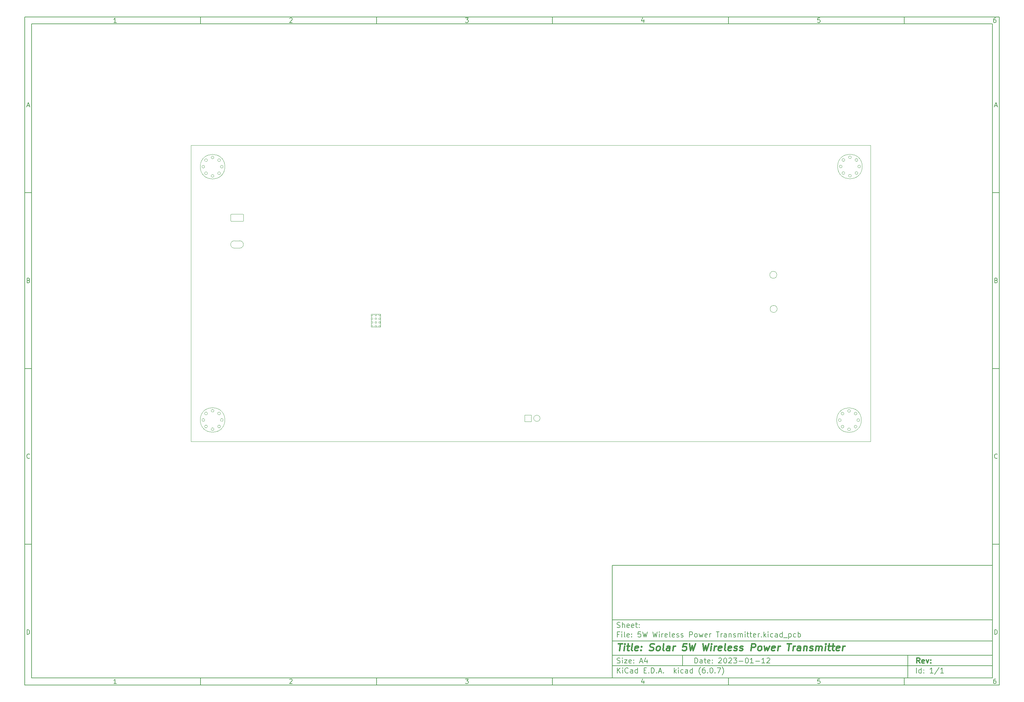
<source format=gbr>
%TF.GenerationSoftware,KiCad,Pcbnew,(6.0.7)*%
%TF.CreationDate,2023-01-12T19:17:08+03:00*%
%TF.ProjectId,5W Wireless Power Transmitter,35572057-6972-4656-9c65-737320506f77,rev?*%
%TF.SameCoordinates,Original*%
%TF.FileFunction,AssemblyDrawing,Bot*%
%FSLAX46Y46*%
G04 Gerber Fmt 4.6, Leading zero omitted, Abs format (unit mm)*
G04 Created by KiCad (PCBNEW (6.0.7)) date 2023-01-12 19:17:08*
%MOMM*%
%LPD*%
G01*
G04 APERTURE LIST*
%ADD10C,0.100000*%
%ADD11C,0.150000*%
%ADD12C,0.300000*%
%ADD13C,0.400000*%
%TA.AperFunction,Profile*%
%ADD14C,0.100000*%
%TD*%
%ADD15C,0.100000*%
%TD*%
G04 APERTURE END LIST*
D10*
D11*
X177002200Y-166007200D02*
X177002200Y-198007200D01*
X285002200Y-198007200D01*
X285002200Y-166007200D01*
X177002200Y-166007200D01*
D10*
D11*
X10000000Y-10000000D02*
X10000000Y-200007200D01*
X287002200Y-200007200D01*
X287002200Y-10000000D01*
X10000000Y-10000000D01*
D10*
D11*
X12000000Y-12000000D02*
X12000000Y-198007200D01*
X285002200Y-198007200D01*
X285002200Y-12000000D01*
X12000000Y-12000000D01*
D10*
D11*
X60000000Y-12000000D02*
X60000000Y-10000000D01*
D10*
D11*
X110000000Y-12000000D02*
X110000000Y-10000000D01*
D10*
D11*
X160000000Y-12000000D02*
X160000000Y-10000000D01*
D10*
D11*
X210000000Y-12000000D02*
X210000000Y-10000000D01*
D10*
D11*
X260000000Y-12000000D02*
X260000000Y-10000000D01*
D10*
D11*
X36065476Y-11588095D02*
X35322619Y-11588095D01*
X35694047Y-11588095D02*
X35694047Y-10288095D01*
X35570238Y-10473809D01*
X35446428Y-10597619D01*
X35322619Y-10659523D01*
D10*
D11*
X85322619Y-10411904D02*
X85384523Y-10350000D01*
X85508333Y-10288095D01*
X85817857Y-10288095D01*
X85941666Y-10350000D01*
X86003571Y-10411904D01*
X86065476Y-10535714D01*
X86065476Y-10659523D01*
X86003571Y-10845238D01*
X85260714Y-11588095D01*
X86065476Y-11588095D01*
D10*
D11*
X135260714Y-10288095D02*
X136065476Y-10288095D01*
X135632142Y-10783333D01*
X135817857Y-10783333D01*
X135941666Y-10845238D01*
X136003571Y-10907142D01*
X136065476Y-11030952D01*
X136065476Y-11340476D01*
X136003571Y-11464285D01*
X135941666Y-11526190D01*
X135817857Y-11588095D01*
X135446428Y-11588095D01*
X135322619Y-11526190D01*
X135260714Y-11464285D01*
D10*
D11*
X185941666Y-10721428D02*
X185941666Y-11588095D01*
X185632142Y-10226190D02*
X185322619Y-11154761D01*
X186127380Y-11154761D01*
D10*
D11*
X236003571Y-10288095D02*
X235384523Y-10288095D01*
X235322619Y-10907142D01*
X235384523Y-10845238D01*
X235508333Y-10783333D01*
X235817857Y-10783333D01*
X235941666Y-10845238D01*
X236003571Y-10907142D01*
X236065476Y-11030952D01*
X236065476Y-11340476D01*
X236003571Y-11464285D01*
X235941666Y-11526190D01*
X235817857Y-11588095D01*
X235508333Y-11588095D01*
X235384523Y-11526190D01*
X235322619Y-11464285D01*
D10*
D11*
X285941666Y-10288095D02*
X285694047Y-10288095D01*
X285570238Y-10350000D01*
X285508333Y-10411904D01*
X285384523Y-10597619D01*
X285322619Y-10845238D01*
X285322619Y-11340476D01*
X285384523Y-11464285D01*
X285446428Y-11526190D01*
X285570238Y-11588095D01*
X285817857Y-11588095D01*
X285941666Y-11526190D01*
X286003571Y-11464285D01*
X286065476Y-11340476D01*
X286065476Y-11030952D01*
X286003571Y-10907142D01*
X285941666Y-10845238D01*
X285817857Y-10783333D01*
X285570238Y-10783333D01*
X285446428Y-10845238D01*
X285384523Y-10907142D01*
X285322619Y-11030952D01*
D10*
D11*
X60000000Y-198007200D02*
X60000000Y-200007200D01*
D10*
D11*
X110000000Y-198007200D02*
X110000000Y-200007200D01*
D10*
D11*
X160000000Y-198007200D02*
X160000000Y-200007200D01*
D10*
D11*
X210000000Y-198007200D02*
X210000000Y-200007200D01*
D10*
D11*
X260000000Y-198007200D02*
X260000000Y-200007200D01*
D10*
D11*
X36065476Y-199595295D02*
X35322619Y-199595295D01*
X35694047Y-199595295D02*
X35694047Y-198295295D01*
X35570238Y-198481009D01*
X35446428Y-198604819D01*
X35322619Y-198666723D01*
D10*
D11*
X85322619Y-198419104D02*
X85384523Y-198357200D01*
X85508333Y-198295295D01*
X85817857Y-198295295D01*
X85941666Y-198357200D01*
X86003571Y-198419104D01*
X86065476Y-198542914D01*
X86065476Y-198666723D01*
X86003571Y-198852438D01*
X85260714Y-199595295D01*
X86065476Y-199595295D01*
D10*
D11*
X135260714Y-198295295D02*
X136065476Y-198295295D01*
X135632142Y-198790533D01*
X135817857Y-198790533D01*
X135941666Y-198852438D01*
X136003571Y-198914342D01*
X136065476Y-199038152D01*
X136065476Y-199347676D01*
X136003571Y-199471485D01*
X135941666Y-199533390D01*
X135817857Y-199595295D01*
X135446428Y-199595295D01*
X135322619Y-199533390D01*
X135260714Y-199471485D01*
D10*
D11*
X185941666Y-198728628D02*
X185941666Y-199595295D01*
X185632142Y-198233390D02*
X185322619Y-199161961D01*
X186127380Y-199161961D01*
D10*
D11*
X236003571Y-198295295D02*
X235384523Y-198295295D01*
X235322619Y-198914342D01*
X235384523Y-198852438D01*
X235508333Y-198790533D01*
X235817857Y-198790533D01*
X235941666Y-198852438D01*
X236003571Y-198914342D01*
X236065476Y-199038152D01*
X236065476Y-199347676D01*
X236003571Y-199471485D01*
X235941666Y-199533390D01*
X235817857Y-199595295D01*
X235508333Y-199595295D01*
X235384523Y-199533390D01*
X235322619Y-199471485D01*
D10*
D11*
X285941666Y-198295295D02*
X285694047Y-198295295D01*
X285570238Y-198357200D01*
X285508333Y-198419104D01*
X285384523Y-198604819D01*
X285322619Y-198852438D01*
X285322619Y-199347676D01*
X285384523Y-199471485D01*
X285446428Y-199533390D01*
X285570238Y-199595295D01*
X285817857Y-199595295D01*
X285941666Y-199533390D01*
X286003571Y-199471485D01*
X286065476Y-199347676D01*
X286065476Y-199038152D01*
X286003571Y-198914342D01*
X285941666Y-198852438D01*
X285817857Y-198790533D01*
X285570238Y-198790533D01*
X285446428Y-198852438D01*
X285384523Y-198914342D01*
X285322619Y-199038152D01*
D10*
D11*
X10000000Y-60000000D02*
X12000000Y-60000000D01*
D10*
D11*
X10000000Y-110000000D02*
X12000000Y-110000000D01*
D10*
D11*
X10000000Y-160000000D02*
X12000000Y-160000000D01*
D10*
D11*
X10690476Y-35216666D02*
X11309523Y-35216666D01*
X10566666Y-35588095D02*
X11000000Y-34288095D01*
X11433333Y-35588095D01*
D10*
D11*
X11092857Y-84907142D02*
X11278571Y-84969047D01*
X11340476Y-85030952D01*
X11402380Y-85154761D01*
X11402380Y-85340476D01*
X11340476Y-85464285D01*
X11278571Y-85526190D01*
X11154761Y-85588095D01*
X10659523Y-85588095D01*
X10659523Y-84288095D01*
X11092857Y-84288095D01*
X11216666Y-84350000D01*
X11278571Y-84411904D01*
X11340476Y-84535714D01*
X11340476Y-84659523D01*
X11278571Y-84783333D01*
X11216666Y-84845238D01*
X11092857Y-84907142D01*
X10659523Y-84907142D01*
D10*
D11*
X11402380Y-135464285D02*
X11340476Y-135526190D01*
X11154761Y-135588095D01*
X11030952Y-135588095D01*
X10845238Y-135526190D01*
X10721428Y-135402380D01*
X10659523Y-135278571D01*
X10597619Y-135030952D01*
X10597619Y-134845238D01*
X10659523Y-134597619D01*
X10721428Y-134473809D01*
X10845238Y-134350000D01*
X11030952Y-134288095D01*
X11154761Y-134288095D01*
X11340476Y-134350000D01*
X11402380Y-134411904D01*
D10*
D11*
X10659523Y-185588095D02*
X10659523Y-184288095D01*
X10969047Y-184288095D01*
X11154761Y-184350000D01*
X11278571Y-184473809D01*
X11340476Y-184597619D01*
X11402380Y-184845238D01*
X11402380Y-185030952D01*
X11340476Y-185278571D01*
X11278571Y-185402380D01*
X11154761Y-185526190D01*
X10969047Y-185588095D01*
X10659523Y-185588095D01*
D10*
D11*
X287002200Y-60000000D02*
X285002200Y-60000000D01*
D10*
D11*
X287002200Y-110000000D02*
X285002200Y-110000000D01*
D10*
D11*
X287002200Y-160000000D02*
X285002200Y-160000000D01*
D10*
D11*
X285692676Y-35216666D02*
X286311723Y-35216666D01*
X285568866Y-35588095D02*
X286002200Y-34288095D01*
X286435533Y-35588095D01*
D10*
D11*
X286095057Y-84907142D02*
X286280771Y-84969047D01*
X286342676Y-85030952D01*
X286404580Y-85154761D01*
X286404580Y-85340476D01*
X286342676Y-85464285D01*
X286280771Y-85526190D01*
X286156961Y-85588095D01*
X285661723Y-85588095D01*
X285661723Y-84288095D01*
X286095057Y-84288095D01*
X286218866Y-84350000D01*
X286280771Y-84411904D01*
X286342676Y-84535714D01*
X286342676Y-84659523D01*
X286280771Y-84783333D01*
X286218866Y-84845238D01*
X286095057Y-84907142D01*
X285661723Y-84907142D01*
D10*
D11*
X286404580Y-135464285D02*
X286342676Y-135526190D01*
X286156961Y-135588095D01*
X286033152Y-135588095D01*
X285847438Y-135526190D01*
X285723628Y-135402380D01*
X285661723Y-135278571D01*
X285599819Y-135030952D01*
X285599819Y-134845238D01*
X285661723Y-134597619D01*
X285723628Y-134473809D01*
X285847438Y-134350000D01*
X286033152Y-134288095D01*
X286156961Y-134288095D01*
X286342676Y-134350000D01*
X286404580Y-134411904D01*
D10*
D11*
X285661723Y-185588095D02*
X285661723Y-184288095D01*
X285971247Y-184288095D01*
X286156961Y-184350000D01*
X286280771Y-184473809D01*
X286342676Y-184597619D01*
X286404580Y-184845238D01*
X286404580Y-185030952D01*
X286342676Y-185278571D01*
X286280771Y-185402380D01*
X286156961Y-185526190D01*
X285971247Y-185588095D01*
X285661723Y-185588095D01*
D10*
D11*
X200434342Y-193785771D02*
X200434342Y-192285771D01*
X200791485Y-192285771D01*
X201005771Y-192357200D01*
X201148628Y-192500057D01*
X201220057Y-192642914D01*
X201291485Y-192928628D01*
X201291485Y-193142914D01*
X201220057Y-193428628D01*
X201148628Y-193571485D01*
X201005771Y-193714342D01*
X200791485Y-193785771D01*
X200434342Y-193785771D01*
X202577200Y-193785771D02*
X202577200Y-193000057D01*
X202505771Y-192857200D01*
X202362914Y-192785771D01*
X202077200Y-192785771D01*
X201934342Y-192857200D01*
X202577200Y-193714342D02*
X202434342Y-193785771D01*
X202077200Y-193785771D01*
X201934342Y-193714342D01*
X201862914Y-193571485D01*
X201862914Y-193428628D01*
X201934342Y-193285771D01*
X202077200Y-193214342D01*
X202434342Y-193214342D01*
X202577200Y-193142914D01*
X203077200Y-192785771D02*
X203648628Y-192785771D01*
X203291485Y-192285771D02*
X203291485Y-193571485D01*
X203362914Y-193714342D01*
X203505771Y-193785771D01*
X203648628Y-193785771D01*
X204720057Y-193714342D02*
X204577200Y-193785771D01*
X204291485Y-193785771D01*
X204148628Y-193714342D01*
X204077200Y-193571485D01*
X204077200Y-193000057D01*
X204148628Y-192857200D01*
X204291485Y-192785771D01*
X204577200Y-192785771D01*
X204720057Y-192857200D01*
X204791485Y-193000057D01*
X204791485Y-193142914D01*
X204077200Y-193285771D01*
X205434342Y-193642914D02*
X205505771Y-193714342D01*
X205434342Y-193785771D01*
X205362914Y-193714342D01*
X205434342Y-193642914D01*
X205434342Y-193785771D01*
X205434342Y-192857200D02*
X205505771Y-192928628D01*
X205434342Y-193000057D01*
X205362914Y-192928628D01*
X205434342Y-192857200D01*
X205434342Y-193000057D01*
X207220057Y-192428628D02*
X207291485Y-192357200D01*
X207434342Y-192285771D01*
X207791485Y-192285771D01*
X207934342Y-192357200D01*
X208005771Y-192428628D01*
X208077200Y-192571485D01*
X208077200Y-192714342D01*
X208005771Y-192928628D01*
X207148628Y-193785771D01*
X208077200Y-193785771D01*
X209005771Y-192285771D02*
X209148628Y-192285771D01*
X209291485Y-192357200D01*
X209362914Y-192428628D01*
X209434342Y-192571485D01*
X209505771Y-192857200D01*
X209505771Y-193214342D01*
X209434342Y-193500057D01*
X209362914Y-193642914D01*
X209291485Y-193714342D01*
X209148628Y-193785771D01*
X209005771Y-193785771D01*
X208862914Y-193714342D01*
X208791485Y-193642914D01*
X208720057Y-193500057D01*
X208648628Y-193214342D01*
X208648628Y-192857200D01*
X208720057Y-192571485D01*
X208791485Y-192428628D01*
X208862914Y-192357200D01*
X209005771Y-192285771D01*
X210077200Y-192428628D02*
X210148628Y-192357200D01*
X210291485Y-192285771D01*
X210648628Y-192285771D01*
X210791485Y-192357200D01*
X210862914Y-192428628D01*
X210934342Y-192571485D01*
X210934342Y-192714342D01*
X210862914Y-192928628D01*
X210005771Y-193785771D01*
X210934342Y-193785771D01*
X211434342Y-192285771D02*
X212362914Y-192285771D01*
X211862914Y-192857200D01*
X212077200Y-192857200D01*
X212220057Y-192928628D01*
X212291485Y-193000057D01*
X212362914Y-193142914D01*
X212362914Y-193500057D01*
X212291485Y-193642914D01*
X212220057Y-193714342D01*
X212077200Y-193785771D01*
X211648628Y-193785771D01*
X211505771Y-193714342D01*
X211434342Y-193642914D01*
X213005771Y-193214342D02*
X214148628Y-193214342D01*
X215148628Y-192285771D02*
X215291485Y-192285771D01*
X215434342Y-192357200D01*
X215505771Y-192428628D01*
X215577200Y-192571485D01*
X215648628Y-192857200D01*
X215648628Y-193214342D01*
X215577200Y-193500057D01*
X215505771Y-193642914D01*
X215434342Y-193714342D01*
X215291485Y-193785771D01*
X215148628Y-193785771D01*
X215005771Y-193714342D01*
X214934342Y-193642914D01*
X214862914Y-193500057D01*
X214791485Y-193214342D01*
X214791485Y-192857200D01*
X214862914Y-192571485D01*
X214934342Y-192428628D01*
X215005771Y-192357200D01*
X215148628Y-192285771D01*
X217077200Y-193785771D02*
X216220057Y-193785771D01*
X216648628Y-193785771D02*
X216648628Y-192285771D01*
X216505771Y-192500057D01*
X216362914Y-192642914D01*
X216220057Y-192714342D01*
X217720057Y-193214342D02*
X218862914Y-193214342D01*
X220362914Y-193785771D02*
X219505771Y-193785771D01*
X219934342Y-193785771D02*
X219934342Y-192285771D01*
X219791485Y-192500057D01*
X219648628Y-192642914D01*
X219505771Y-192714342D01*
X220934342Y-192428628D02*
X221005771Y-192357200D01*
X221148628Y-192285771D01*
X221505771Y-192285771D01*
X221648628Y-192357200D01*
X221720057Y-192428628D01*
X221791485Y-192571485D01*
X221791485Y-192714342D01*
X221720057Y-192928628D01*
X220862914Y-193785771D01*
X221791485Y-193785771D01*
D10*
D11*
X177002200Y-194507200D02*
X285002200Y-194507200D01*
D10*
D11*
X178434342Y-196585771D02*
X178434342Y-195085771D01*
X179291485Y-196585771D02*
X178648628Y-195728628D01*
X179291485Y-195085771D02*
X178434342Y-195942914D01*
X179934342Y-196585771D02*
X179934342Y-195585771D01*
X179934342Y-195085771D02*
X179862914Y-195157200D01*
X179934342Y-195228628D01*
X180005771Y-195157200D01*
X179934342Y-195085771D01*
X179934342Y-195228628D01*
X181505771Y-196442914D02*
X181434342Y-196514342D01*
X181220057Y-196585771D01*
X181077200Y-196585771D01*
X180862914Y-196514342D01*
X180720057Y-196371485D01*
X180648628Y-196228628D01*
X180577200Y-195942914D01*
X180577200Y-195728628D01*
X180648628Y-195442914D01*
X180720057Y-195300057D01*
X180862914Y-195157200D01*
X181077200Y-195085771D01*
X181220057Y-195085771D01*
X181434342Y-195157200D01*
X181505771Y-195228628D01*
X182791485Y-196585771D02*
X182791485Y-195800057D01*
X182720057Y-195657200D01*
X182577200Y-195585771D01*
X182291485Y-195585771D01*
X182148628Y-195657200D01*
X182791485Y-196514342D02*
X182648628Y-196585771D01*
X182291485Y-196585771D01*
X182148628Y-196514342D01*
X182077200Y-196371485D01*
X182077200Y-196228628D01*
X182148628Y-196085771D01*
X182291485Y-196014342D01*
X182648628Y-196014342D01*
X182791485Y-195942914D01*
X184148628Y-196585771D02*
X184148628Y-195085771D01*
X184148628Y-196514342D02*
X184005771Y-196585771D01*
X183720057Y-196585771D01*
X183577200Y-196514342D01*
X183505771Y-196442914D01*
X183434342Y-196300057D01*
X183434342Y-195871485D01*
X183505771Y-195728628D01*
X183577200Y-195657200D01*
X183720057Y-195585771D01*
X184005771Y-195585771D01*
X184148628Y-195657200D01*
X186005771Y-195800057D02*
X186505771Y-195800057D01*
X186720057Y-196585771D02*
X186005771Y-196585771D01*
X186005771Y-195085771D01*
X186720057Y-195085771D01*
X187362914Y-196442914D02*
X187434342Y-196514342D01*
X187362914Y-196585771D01*
X187291485Y-196514342D01*
X187362914Y-196442914D01*
X187362914Y-196585771D01*
X188077200Y-196585771D02*
X188077200Y-195085771D01*
X188434342Y-195085771D01*
X188648628Y-195157200D01*
X188791485Y-195300057D01*
X188862914Y-195442914D01*
X188934342Y-195728628D01*
X188934342Y-195942914D01*
X188862914Y-196228628D01*
X188791485Y-196371485D01*
X188648628Y-196514342D01*
X188434342Y-196585771D01*
X188077200Y-196585771D01*
X189577200Y-196442914D02*
X189648628Y-196514342D01*
X189577200Y-196585771D01*
X189505771Y-196514342D01*
X189577200Y-196442914D01*
X189577200Y-196585771D01*
X190220057Y-196157200D02*
X190934342Y-196157200D01*
X190077200Y-196585771D02*
X190577200Y-195085771D01*
X191077200Y-196585771D01*
X191577200Y-196442914D02*
X191648628Y-196514342D01*
X191577200Y-196585771D01*
X191505771Y-196514342D01*
X191577200Y-196442914D01*
X191577200Y-196585771D01*
X194577200Y-196585771D02*
X194577200Y-195085771D01*
X194720057Y-196014342D02*
X195148628Y-196585771D01*
X195148628Y-195585771D02*
X194577200Y-196157200D01*
X195791485Y-196585771D02*
X195791485Y-195585771D01*
X195791485Y-195085771D02*
X195720057Y-195157200D01*
X195791485Y-195228628D01*
X195862914Y-195157200D01*
X195791485Y-195085771D01*
X195791485Y-195228628D01*
X197148628Y-196514342D02*
X197005771Y-196585771D01*
X196720057Y-196585771D01*
X196577200Y-196514342D01*
X196505771Y-196442914D01*
X196434342Y-196300057D01*
X196434342Y-195871485D01*
X196505771Y-195728628D01*
X196577200Y-195657200D01*
X196720057Y-195585771D01*
X197005771Y-195585771D01*
X197148628Y-195657200D01*
X198434342Y-196585771D02*
X198434342Y-195800057D01*
X198362914Y-195657200D01*
X198220057Y-195585771D01*
X197934342Y-195585771D01*
X197791485Y-195657200D01*
X198434342Y-196514342D02*
X198291485Y-196585771D01*
X197934342Y-196585771D01*
X197791485Y-196514342D01*
X197720057Y-196371485D01*
X197720057Y-196228628D01*
X197791485Y-196085771D01*
X197934342Y-196014342D01*
X198291485Y-196014342D01*
X198434342Y-195942914D01*
X199791485Y-196585771D02*
X199791485Y-195085771D01*
X199791485Y-196514342D02*
X199648628Y-196585771D01*
X199362914Y-196585771D01*
X199220057Y-196514342D01*
X199148628Y-196442914D01*
X199077200Y-196300057D01*
X199077200Y-195871485D01*
X199148628Y-195728628D01*
X199220057Y-195657200D01*
X199362914Y-195585771D01*
X199648628Y-195585771D01*
X199791485Y-195657200D01*
X202077200Y-197157200D02*
X202005771Y-197085771D01*
X201862914Y-196871485D01*
X201791485Y-196728628D01*
X201720057Y-196514342D01*
X201648628Y-196157200D01*
X201648628Y-195871485D01*
X201720057Y-195514342D01*
X201791485Y-195300057D01*
X201862914Y-195157200D01*
X202005771Y-194942914D01*
X202077200Y-194871485D01*
X203291485Y-195085771D02*
X203005771Y-195085771D01*
X202862914Y-195157200D01*
X202791485Y-195228628D01*
X202648628Y-195442914D01*
X202577200Y-195728628D01*
X202577200Y-196300057D01*
X202648628Y-196442914D01*
X202720057Y-196514342D01*
X202862914Y-196585771D01*
X203148628Y-196585771D01*
X203291485Y-196514342D01*
X203362914Y-196442914D01*
X203434342Y-196300057D01*
X203434342Y-195942914D01*
X203362914Y-195800057D01*
X203291485Y-195728628D01*
X203148628Y-195657200D01*
X202862914Y-195657200D01*
X202720057Y-195728628D01*
X202648628Y-195800057D01*
X202577200Y-195942914D01*
X204077200Y-196442914D02*
X204148628Y-196514342D01*
X204077200Y-196585771D01*
X204005771Y-196514342D01*
X204077200Y-196442914D01*
X204077200Y-196585771D01*
X205077200Y-195085771D02*
X205220057Y-195085771D01*
X205362914Y-195157200D01*
X205434342Y-195228628D01*
X205505771Y-195371485D01*
X205577200Y-195657200D01*
X205577200Y-196014342D01*
X205505771Y-196300057D01*
X205434342Y-196442914D01*
X205362914Y-196514342D01*
X205220057Y-196585771D01*
X205077200Y-196585771D01*
X204934342Y-196514342D01*
X204862914Y-196442914D01*
X204791485Y-196300057D01*
X204720057Y-196014342D01*
X204720057Y-195657200D01*
X204791485Y-195371485D01*
X204862914Y-195228628D01*
X204934342Y-195157200D01*
X205077200Y-195085771D01*
X206220057Y-196442914D02*
X206291485Y-196514342D01*
X206220057Y-196585771D01*
X206148628Y-196514342D01*
X206220057Y-196442914D01*
X206220057Y-196585771D01*
X206791485Y-195085771D02*
X207791485Y-195085771D01*
X207148628Y-196585771D01*
X208220057Y-197157200D02*
X208291485Y-197085771D01*
X208434342Y-196871485D01*
X208505771Y-196728628D01*
X208577200Y-196514342D01*
X208648628Y-196157200D01*
X208648628Y-195871485D01*
X208577200Y-195514342D01*
X208505771Y-195300057D01*
X208434342Y-195157200D01*
X208291485Y-194942914D01*
X208220057Y-194871485D01*
D10*
D11*
X177002200Y-191507200D02*
X285002200Y-191507200D01*
D10*
D12*
X264411485Y-193785771D02*
X263911485Y-193071485D01*
X263554342Y-193785771D02*
X263554342Y-192285771D01*
X264125771Y-192285771D01*
X264268628Y-192357200D01*
X264340057Y-192428628D01*
X264411485Y-192571485D01*
X264411485Y-192785771D01*
X264340057Y-192928628D01*
X264268628Y-193000057D01*
X264125771Y-193071485D01*
X263554342Y-193071485D01*
X265625771Y-193714342D02*
X265482914Y-193785771D01*
X265197200Y-193785771D01*
X265054342Y-193714342D01*
X264982914Y-193571485D01*
X264982914Y-193000057D01*
X265054342Y-192857200D01*
X265197200Y-192785771D01*
X265482914Y-192785771D01*
X265625771Y-192857200D01*
X265697200Y-193000057D01*
X265697200Y-193142914D01*
X264982914Y-193285771D01*
X266197200Y-192785771D02*
X266554342Y-193785771D01*
X266911485Y-192785771D01*
X267482914Y-193642914D02*
X267554342Y-193714342D01*
X267482914Y-193785771D01*
X267411485Y-193714342D01*
X267482914Y-193642914D01*
X267482914Y-193785771D01*
X267482914Y-192857200D02*
X267554342Y-192928628D01*
X267482914Y-193000057D01*
X267411485Y-192928628D01*
X267482914Y-192857200D01*
X267482914Y-193000057D01*
D10*
D11*
X178362914Y-193714342D02*
X178577200Y-193785771D01*
X178934342Y-193785771D01*
X179077200Y-193714342D01*
X179148628Y-193642914D01*
X179220057Y-193500057D01*
X179220057Y-193357200D01*
X179148628Y-193214342D01*
X179077200Y-193142914D01*
X178934342Y-193071485D01*
X178648628Y-193000057D01*
X178505771Y-192928628D01*
X178434342Y-192857200D01*
X178362914Y-192714342D01*
X178362914Y-192571485D01*
X178434342Y-192428628D01*
X178505771Y-192357200D01*
X178648628Y-192285771D01*
X179005771Y-192285771D01*
X179220057Y-192357200D01*
X179862914Y-193785771D02*
X179862914Y-192785771D01*
X179862914Y-192285771D02*
X179791485Y-192357200D01*
X179862914Y-192428628D01*
X179934342Y-192357200D01*
X179862914Y-192285771D01*
X179862914Y-192428628D01*
X180434342Y-192785771D02*
X181220057Y-192785771D01*
X180434342Y-193785771D01*
X181220057Y-193785771D01*
X182362914Y-193714342D02*
X182220057Y-193785771D01*
X181934342Y-193785771D01*
X181791485Y-193714342D01*
X181720057Y-193571485D01*
X181720057Y-193000057D01*
X181791485Y-192857200D01*
X181934342Y-192785771D01*
X182220057Y-192785771D01*
X182362914Y-192857200D01*
X182434342Y-193000057D01*
X182434342Y-193142914D01*
X181720057Y-193285771D01*
X183077200Y-193642914D02*
X183148628Y-193714342D01*
X183077200Y-193785771D01*
X183005771Y-193714342D01*
X183077200Y-193642914D01*
X183077200Y-193785771D01*
X183077200Y-192857200D02*
X183148628Y-192928628D01*
X183077200Y-193000057D01*
X183005771Y-192928628D01*
X183077200Y-192857200D01*
X183077200Y-193000057D01*
X184862914Y-193357200D02*
X185577200Y-193357200D01*
X184720057Y-193785771D02*
X185220057Y-192285771D01*
X185720057Y-193785771D01*
X186862914Y-192785771D02*
X186862914Y-193785771D01*
X186505771Y-192214342D02*
X186148628Y-193285771D01*
X187077200Y-193285771D01*
D10*
D11*
X263434342Y-196585771D02*
X263434342Y-195085771D01*
X264791485Y-196585771D02*
X264791485Y-195085771D01*
X264791485Y-196514342D02*
X264648628Y-196585771D01*
X264362914Y-196585771D01*
X264220057Y-196514342D01*
X264148628Y-196442914D01*
X264077200Y-196300057D01*
X264077200Y-195871485D01*
X264148628Y-195728628D01*
X264220057Y-195657200D01*
X264362914Y-195585771D01*
X264648628Y-195585771D01*
X264791485Y-195657200D01*
X265505771Y-196442914D02*
X265577200Y-196514342D01*
X265505771Y-196585771D01*
X265434342Y-196514342D01*
X265505771Y-196442914D01*
X265505771Y-196585771D01*
X265505771Y-195657200D02*
X265577200Y-195728628D01*
X265505771Y-195800057D01*
X265434342Y-195728628D01*
X265505771Y-195657200D01*
X265505771Y-195800057D01*
X268148628Y-196585771D02*
X267291485Y-196585771D01*
X267720057Y-196585771D02*
X267720057Y-195085771D01*
X267577200Y-195300057D01*
X267434342Y-195442914D01*
X267291485Y-195514342D01*
X269862914Y-195014342D02*
X268577200Y-196942914D01*
X271148628Y-196585771D02*
X270291485Y-196585771D01*
X270720057Y-196585771D02*
X270720057Y-195085771D01*
X270577200Y-195300057D01*
X270434342Y-195442914D01*
X270291485Y-195514342D01*
D10*
D11*
X177002200Y-187507200D02*
X285002200Y-187507200D01*
D10*
D13*
X178714580Y-188211961D02*
X179857438Y-188211961D01*
X179036009Y-190211961D02*
X179286009Y-188211961D01*
X180274104Y-190211961D02*
X180440771Y-188878628D01*
X180524104Y-188211961D02*
X180416961Y-188307200D01*
X180500295Y-188402438D01*
X180607438Y-188307200D01*
X180524104Y-188211961D01*
X180500295Y-188402438D01*
X181107438Y-188878628D02*
X181869342Y-188878628D01*
X181476485Y-188211961D02*
X181262200Y-189926247D01*
X181333628Y-190116723D01*
X181512200Y-190211961D01*
X181702676Y-190211961D01*
X182655057Y-190211961D02*
X182476485Y-190116723D01*
X182405057Y-189926247D01*
X182619342Y-188211961D01*
X184190771Y-190116723D02*
X183988390Y-190211961D01*
X183607438Y-190211961D01*
X183428866Y-190116723D01*
X183357438Y-189926247D01*
X183452676Y-189164342D01*
X183571723Y-188973866D01*
X183774104Y-188878628D01*
X184155057Y-188878628D01*
X184333628Y-188973866D01*
X184405057Y-189164342D01*
X184381247Y-189354819D01*
X183405057Y-189545295D01*
X185155057Y-190021485D02*
X185238390Y-190116723D01*
X185131247Y-190211961D01*
X185047914Y-190116723D01*
X185155057Y-190021485D01*
X185131247Y-190211961D01*
X185286009Y-188973866D02*
X185369342Y-189069104D01*
X185262200Y-189164342D01*
X185178866Y-189069104D01*
X185286009Y-188973866D01*
X185262200Y-189164342D01*
X187524104Y-190116723D02*
X187797914Y-190211961D01*
X188274104Y-190211961D01*
X188476485Y-190116723D01*
X188583628Y-190021485D01*
X188702676Y-189831009D01*
X188726485Y-189640533D01*
X188655057Y-189450057D01*
X188571723Y-189354819D01*
X188393152Y-189259580D01*
X188024104Y-189164342D01*
X187845533Y-189069104D01*
X187762200Y-188973866D01*
X187690771Y-188783390D01*
X187714580Y-188592914D01*
X187833628Y-188402438D01*
X187940771Y-188307200D01*
X188143152Y-188211961D01*
X188619342Y-188211961D01*
X188893152Y-188307200D01*
X189797914Y-190211961D02*
X189619342Y-190116723D01*
X189536009Y-190021485D01*
X189464580Y-189831009D01*
X189536009Y-189259580D01*
X189655057Y-189069104D01*
X189762200Y-188973866D01*
X189964580Y-188878628D01*
X190250295Y-188878628D01*
X190428866Y-188973866D01*
X190512200Y-189069104D01*
X190583628Y-189259580D01*
X190512200Y-189831009D01*
X190393152Y-190021485D01*
X190286009Y-190116723D01*
X190083628Y-190211961D01*
X189797914Y-190211961D01*
X191607438Y-190211961D02*
X191428866Y-190116723D01*
X191357438Y-189926247D01*
X191571723Y-188211961D01*
X193226485Y-190211961D02*
X193357438Y-189164342D01*
X193286009Y-188973866D01*
X193107438Y-188878628D01*
X192726485Y-188878628D01*
X192524104Y-188973866D01*
X193238390Y-190116723D02*
X193036009Y-190211961D01*
X192559819Y-190211961D01*
X192381247Y-190116723D01*
X192309819Y-189926247D01*
X192333628Y-189735771D01*
X192452676Y-189545295D01*
X192655057Y-189450057D01*
X193131247Y-189450057D01*
X193333628Y-189354819D01*
X194178866Y-190211961D02*
X194345533Y-188878628D01*
X194297914Y-189259580D02*
X194416961Y-189069104D01*
X194524104Y-188973866D01*
X194726485Y-188878628D01*
X194916961Y-188878628D01*
X198143152Y-188211961D02*
X197190771Y-188211961D01*
X196976485Y-189164342D01*
X197083628Y-189069104D01*
X197286009Y-188973866D01*
X197762200Y-188973866D01*
X197940771Y-189069104D01*
X198024104Y-189164342D01*
X198095533Y-189354819D01*
X198036009Y-189831009D01*
X197916961Y-190021485D01*
X197809819Y-190116723D01*
X197607438Y-190211961D01*
X197131247Y-190211961D01*
X196952676Y-190116723D01*
X196869342Y-190021485D01*
X198905057Y-188211961D02*
X199131247Y-190211961D01*
X199690771Y-188783390D01*
X199893152Y-190211961D01*
X200619342Y-188211961D01*
X202714580Y-188211961D02*
X202940771Y-190211961D01*
X203500295Y-188783390D01*
X203702676Y-190211961D01*
X204428866Y-188211961D01*
X204940771Y-190211961D02*
X205107438Y-188878628D01*
X205190771Y-188211961D02*
X205083628Y-188307200D01*
X205166961Y-188402438D01*
X205274104Y-188307200D01*
X205190771Y-188211961D01*
X205166961Y-188402438D01*
X205893152Y-190211961D02*
X206059819Y-188878628D01*
X206012200Y-189259580D02*
X206131247Y-189069104D01*
X206238390Y-188973866D01*
X206440771Y-188878628D01*
X206631247Y-188878628D01*
X207905057Y-190116723D02*
X207702676Y-190211961D01*
X207321723Y-190211961D01*
X207143152Y-190116723D01*
X207071723Y-189926247D01*
X207166961Y-189164342D01*
X207286009Y-188973866D01*
X207488390Y-188878628D01*
X207869342Y-188878628D01*
X208047914Y-188973866D01*
X208119342Y-189164342D01*
X208095533Y-189354819D01*
X207119342Y-189545295D01*
X209131247Y-190211961D02*
X208952676Y-190116723D01*
X208881247Y-189926247D01*
X209095533Y-188211961D01*
X210666961Y-190116723D02*
X210464580Y-190211961D01*
X210083628Y-190211961D01*
X209905057Y-190116723D01*
X209833628Y-189926247D01*
X209928866Y-189164342D01*
X210047914Y-188973866D01*
X210250295Y-188878628D01*
X210631247Y-188878628D01*
X210809819Y-188973866D01*
X210881247Y-189164342D01*
X210857438Y-189354819D01*
X209881247Y-189545295D01*
X211524104Y-190116723D02*
X211702676Y-190211961D01*
X212083628Y-190211961D01*
X212286009Y-190116723D01*
X212405057Y-189926247D01*
X212416961Y-189831009D01*
X212345533Y-189640533D01*
X212166961Y-189545295D01*
X211881247Y-189545295D01*
X211702676Y-189450057D01*
X211631247Y-189259580D01*
X211643152Y-189164342D01*
X211762200Y-188973866D01*
X211964580Y-188878628D01*
X212250295Y-188878628D01*
X212428866Y-188973866D01*
X213143152Y-190116723D02*
X213321723Y-190211961D01*
X213702676Y-190211961D01*
X213905057Y-190116723D01*
X214024104Y-189926247D01*
X214036009Y-189831009D01*
X213964580Y-189640533D01*
X213786009Y-189545295D01*
X213500295Y-189545295D01*
X213321723Y-189450057D01*
X213250295Y-189259580D01*
X213262200Y-189164342D01*
X213381247Y-188973866D01*
X213583628Y-188878628D01*
X213869342Y-188878628D01*
X214047914Y-188973866D01*
X216369342Y-190211961D02*
X216619342Y-188211961D01*
X217381247Y-188211961D01*
X217559819Y-188307200D01*
X217643152Y-188402438D01*
X217714580Y-188592914D01*
X217678866Y-188878628D01*
X217559819Y-189069104D01*
X217452676Y-189164342D01*
X217250295Y-189259580D01*
X216488390Y-189259580D01*
X218655057Y-190211961D02*
X218476485Y-190116723D01*
X218393152Y-190021485D01*
X218321723Y-189831009D01*
X218393152Y-189259580D01*
X218512200Y-189069104D01*
X218619342Y-188973866D01*
X218821723Y-188878628D01*
X219107438Y-188878628D01*
X219286009Y-188973866D01*
X219369342Y-189069104D01*
X219440771Y-189259580D01*
X219369342Y-189831009D01*
X219250295Y-190021485D01*
X219143152Y-190116723D01*
X218940771Y-190211961D01*
X218655057Y-190211961D01*
X220155057Y-188878628D02*
X220369342Y-190211961D01*
X220869342Y-189259580D01*
X221131247Y-190211961D01*
X221678866Y-188878628D01*
X223047914Y-190116723D02*
X222845533Y-190211961D01*
X222464580Y-190211961D01*
X222286009Y-190116723D01*
X222214580Y-189926247D01*
X222309819Y-189164342D01*
X222428866Y-188973866D01*
X222631247Y-188878628D01*
X223012200Y-188878628D01*
X223190771Y-188973866D01*
X223262200Y-189164342D01*
X223238390Y-189354819D01*
X222262200Y-189545295D01*
X223988390Y-190211961D02*
X224155057Y-188878628D01*
X224107438Y-189259580D02*
X224226485Y-189069104D01*
X224333628Y-188973866D01*
X224536009Y-188878628D01*
X224726485Y-188878628D01*
X226714580Y-188211961D02*
X227857438Y-188211961D01*
X227036009Y-190211961D02*
X227286009Y-188211961D01*
X228274104Y-190211961D02*
X228440771Y-188878628D01*
X228393152Y-189259580D02*
X228512200Y-189069104D01*
X228619342Y-188973866D01*
X228821723Y-188878628D01*
X229012200Y-188878628D01*
X230369342Y-190211961D02*
X230500295Y-189164342D01*
X230428866Y-188973866D01*
X230250295Y-188878628D01*
X229869342Y-188878628D01*
X229666961Y-188973866D01*
X230381247Y-190116723D02*
X230178866Y-190211961D01*
X229702676Y-190211961D01*
X229524104Y-190116723D01*
X229452676Y-189926247D01*
X229476485Y-189735771D01*
X229595533Y-189545295D01*
X229797914Y-189450057D01*
X230274104Y-189450057D01*
X230476485Y-189354819D01*
X231488390Y-188878628D02*
X231321723Y-190211961D01*
X231464580Y-189069104D02*
X231571723Y-188973866D01*
X231774104Y-188878628D01*
X232059819Y-188878628D01*
X232238390Y-188973866D01*
X232309819Y-189164342D01*
X232178866Y-190211961D01*
X233047914Y-190116723D02*
X233226485Y-190211961D01*
X233607438Y-190211961D01*
X233809819Y-190116723D01*
X233928866Y-189926247D01*
X233940771Y-189831009D01*
X233869342Y-189640533D01*
X233690771Y-189545295D01*
X233405057Y-189545295D01*
X233226485Y-189450057D01*
X233155057Y-189259580D01*
X233166961Y-189164342D01*
X233286009Y-188973866D01*
X233488390Y-188878628D01*
X233774104Y-188878628D01*
X233952676Y-188973866D01*
X234750295Y-190211961D02*
X234916961Y-188878628D01*
X234893152Y-189069104D02*
X235000295Y-188973866D01*
X235202676Y-188878628D01*
X235488390Y-188878628D01*
X235666961Y-188973866D01*
X235738390Y-189164342D01*
X235607438Y-190211961D01*
X235738390Y-189164342D02*
X235857438Y-188973866D01*
X236059819Y-188878628D01*
X236345533Y-188878628D01*
X236524104Y-188973866D01*
X236595533Y-189164342D01*
X236464580Y-190211961D01*
X237416961Y-190211961D02*
X237583628Y-188878628D01*
X237666961Y-188211961D02*
X237559819Y-188307200D01*
X237643152Y-188402438D01*
X237750295Y-188307200D01*
X237666961Y-188211961D01*
X237643152Y-188402438D01*
X238250295Y-188878628D02*
X239012200Y-188878628D01*
X238619342Y-188211961D02*
X238405057Y-189926247D01*
X238476485Y-190116723D01*
X238655057Y-190211961D01*
X238845533Y-190211961D01*
X239393152Y-188878628D02*
X240155057Y-188878628D01*
X239762200Y-188211961D02*
X239547914Y-189926247D01*
X239619342Y-190116723D01*
X239797914Y-190211961D01*
X239988390Y-190211961D01*
X241428866Y-190116723D02*
X241226485Y-190211961D01*
X240845533Y-190211961D01*
X240666961Y-190116723D01*
X240595533Y-189926247D01*
X240690771Y-189164342D01*
X240809819Y-188973866D01*
X241012199Y-188878628D01*
X241393152Y-188878628D01*
X241571723Y-188973866D01*
X241643152Y-189164342D01*
X241619342Y-189354819D01*
X240643152Y-189545295D01*
X242369342Y-190211961D02*
X242536009Y-188878628D01*
X242488390Y-189259580D02*
X242607438Y-189069104D01*
X242714580Y-188973866D01*
X242916961Y-188878628D01*
X243107438Y-188878628D01*
D10*
D11*
X178934342Y-185600057D02*
X178434342Y-185600057D01*
X178434342Y-186385771D02*
X178434342Y-184885771D01*
X179148628Y-184885771D01*
X179720057Y-186385771D02*
X179720057Y-185385771D01*
X179720057Y-184885771D02*
X179648628Y-184957200D01*
X179720057Y-185028628D01*
X179791485Y-184957200D01*
X179720057Y-184885771D01*
X179720057Y-185028628D01*
X180648628Y-186385771D02*
X180505771Y-186314342D01*
X180434342Y-186171485D01*
X180434342Y-184885771D01*
X181791485Y-186314342D02*
X181648628Y-186385771D01*
X181362914Y-186385771D01*
X181220057Y-186314342D01*
X181148628Y-186171485D01*
X181148628Y-185600057D01*
X181220057Y-185457200D01*
X181362914Y-185385771D01*
X181648628Y-185385771D01*
X181791485Y-185457200D01*
X181862914Y-185600057D01*
X181862914Y-185742914D01*
X181148628Y-185885771D01*
X182505771Y-186242914D02*
X182577200Y-186314342D01*
X182505771Y-186385771D01*
X182434342Y-186314342D01*
X182505771Y-186242914D01*
X182505771Y-186385771D01*
X182505771Y-185457200D02*
X182577200Y-185528628D01*
X182505771Y-185600057D01*
X182434342Y-185528628D01*
X182505771Y-185457200D01*
X182505771Y-185600057D01*
X185077200Y-184885771D02*
X184362914Y-184885771D01*
X184291485Y-185600057D01*
X184362914Y-185528628D01*
X184505771Y-185457200D01*
X184862914Y-185457200D01*
X185005771Y-185528628D01*
X185077200Y-185600057D01*
X185148628Y-185742914D01*
X185148628Y-186100057D01*
X185077200Y-186242914D01*
X185005771Y-186314342D01*
X184862914Y-186385771D01*
X184505771Y-186385771D01*
X184362914Y-186314342D01*
X184291485Y-186242914D01*
X185648628Y-184885771D02*
X186005771Y-186385771D01*
X186291485Y-185314342D01*
X186577200Y-186385771D01*
X186934342Y-184885771D01*
X188505771Y-184885771D02*
X188862914Y-186385771D01*
X189148628Y-185314342D01*
X189434342Y-186385771D01*
X189791485Y-184885771D01*
X190362914Y-186385771D02*
X190362914Y-185385771D01*
X190362914Y-184885771D02*
X190291485Y-184957200D01*
X190362914Y-185028628D01*
X190434342Y-184957200D01*
X190362914Y-184885771D01*
X190362914Y-185028628D01*
X191077200Y-186385771D02*
X191077200Y-185385771D01*
X191077200Y-185671485D02*
X191148628Y-185528628D01*
X191220057Y-185457200D01*
X191362914Y-185385771D01*
X191505771Y-185385771D01*
X192577200Y-186314342D02*
X192434342Y-186385771D01*
X192148628Y-186385771D01*
X192005771Y-186314342D01*
X191934342Y-186171485D01*
X191934342Y-185600057D01*
X192005771Y-185457200D01*
X192148628Y-185385771D01*
X192434342Y-185385771D01*
X192577200Y-185457200D01*
X192648628Y-185600057D01*
X192648628Y-185742914D01*
X191934342Y-185885771D01*
X193505771Y-186385771D02*
X193362914Y-186314342D01*
X193291485Y-186171485D01*
X193291485Y-184885771D01*
X194648628Y-186314342D02*
X194505771Y-186385771D01*
X194220057Y-186385771D01*
X194077200Y-186314342D01*
X194005771Y-186171485D01*
X194005771Y-185600057D01*
X194077200Y-185457200D01*
X194220057Y-185385771D01*
X194505771Y-185385771D01*
X194648628Y-185457200D01*
X194720057Y-185600057D01*
X194720057Y-185742914D01*
X194005771Y-185885771D01*
X195291485Y-186314342D02*
X195434342Y-186385771D01*
X195720057Y-186385771D01*
X195862914Y-186314342D01*
X195934342Y-186171485D01*
X195934342Y-186100057D01*
X195862914Y-185957200D01*
X195720057Y-185885771D01*
X195505771Y-185885771D01*
X195362914Y-185814342D01*
X195291485Y-185671485D01*
X195291485Y-185600057D01*
X195362914Y-185457200D01*
X195505771Y-185385771D01*
X195720057Y-185385771D01*
X195862914Y-185457200D01*
X196505771Y-186314342D02*
X196648628Y-186385771D01*
X196934342Y-186385771D01*
X197077200Y-186314342D01*
X197148628Y-186171485D01*
X197148628Y-186100057D01*
X197077200Y-185957200D01*
X196934342Y-185885771D01*
X196720057Y-185885771D01*
X196577200Y-185814342D01*
X196505771Y-185671485D01*
X196505771Y-185600057D01*
X196577200Y-185457200D01*
X196720057Y-185385771D01*
X196934342Y-185385771D01*
X197077200Y-185457200D01*
X198934342Y-186385771D02*
X198934342Y-184885771D01*
X199505771Y-184885771D01*
X199648628Y-184957200D01*
X199720057Y-185028628D01*
X199791485Y-185171485D01*
X199791485Y-185385771D01*
X199720057Y-185528628D01*
X199648628Y-185600057D01*
X199505771Y-185671485D01*
X198934342Y-185671485D01*
X200648628Y-186385771D02*
X200505771Y-186314342D01*
X200434342Y-186242914D01*
X200362914Y-186100057D01*
X200362914Y-185671485D01*
X200434342Y-185528628D01*
X200505771Y-185457200D01*
X200648628Y-185385771D01*
X200862914Y-185385771D01*
X201005771Y-185457200D01*
X201077200Y-185528628D01*
X201148628Y-185671485D01*
X201148628Y-186100057D01*
X201077200Y-186242914D01*
X201005771Y-186314342D01*
X200862914Y-186385771D01*
X200648628Y-186385771D01*
X201648628Y-185385771D02*
X201934342Y-186385771D01*
X202220057Y-185671485D01*
X202505771Y-186385771D01*
X202791485Y-185385771D01*
X203934342Y-186314342D02*
X203791485Y-186385771D01*
X203505771Y-186385771D01*
X203362914Y-186314342D01*
X203291485Y-186171485D01*
X203291485Y-185600057D01*
X203362914Y-185457200D01*
X203505771Y-185385771D01*
X203791485Y-185385771D01*
X203934342Y-185457200D01*
X204005771Y-185600057D01*
X204005771Y-185742914D01*
X203291485Y-185885771D01*
X204648628Y-186385771D02*
X204648628Y-185385771D01*
X204648628Y-185671485D02*
X204720057Y-185528628D01*
X204791485Y-185457200D01*
X204934342Y-185385771D01*
X205077200Y-185385771D01*
X206505771Y-184885771D02*
X207362914Y-184885771D01*
X206934342Y-186385771D02*
X206934342Y-184885771D01*
X207862914Y-186385771D02*
X207862914Y-185385771D01*
X207862914Y-185671485D02*
X207934342Y-185528628D01*
X208005771Y-185457200D01*
X208148628Y-185385771D01*
X208291485Y-185385771D01*
X209434342Y-186385771D02*
X209434342Y-185600057D01*
X209362914Y-185457200D01*
X209220057Y-185385771D01*
X208934342Y-185385771D01*
X208791485Y-185457200D01*
X209434342Y-186314342D02*
X209291485Y-186385771D01*
X208934342Y-186385771D01*
X208791485Y-186314342D01*
X208720057Y-186171485D01*
X208720057Y-186028628D01*
X208791485Y-185885771D01*
X208934342Y-185814342D01*
X209291485Y-185814342D01*
X209434342Y-185742914D01*
X210148628Y-185385771D02*
X210148628Y-186385771D01*
X210148628Y-185528628D02*
X210220057Y-185457200D01*
X210362914Y-185385771D01*
X210577200Y-185385771D01*
X210720057Y-185457200D01*
X210791485Y-185600057D01*
X210791485Y-186385771D01*
X211434342Y-186314342D02*
X211577200Y-186385771D01*
X211862914Y-186385771D01*
X212005771Y-186314342D01*
X212077200Y-186171485D01*
X212077200Y-186100057D01*
X212005771Y-185957200D01*
X211862914Y-185885771D01*
X211648628Y-185885771D01*
X211505771Y-185814342D01*
X211434342Y-185671485D01*
X211434342Y-185600057D01*
X211505771Y-185457200D01*
X211648628Y-185385771D01*
X211862914Y-185385771D01*
X212005771Y-185457200D01*
X212720057Y-186385771D02*
X212720057Y-185385771D01*
X212720057Y-185528628D02*
X212791485Y-185457200D01*
X212934342Y-185385771D01*
X213148628Y-185385771D01*
X213291485Y-185457200D01*
X213362914Y-185600057D01*
X213362914Y-186385771D01*
X213362914Y-185600057D02*
X213434342Y-185457200D01*
X213577200Y-185385771D01*
X213791485Y-185385771D01*
X213934342Y-185457200D01*
X214005771Y-185600057D01*
X214005771Y-186385771D01*
X214720057Y-186385771D02*
X214720057Y-185385771D01*
X214720057Y-184885771D02*
X214648628Y-184957200D01*
X214720057Y-185028628D01*
X214791485Y-184957200D01*
X214720057Y-184885771D01*
X214720057Y-185028628D01*
X215220057Y-185385771D02*
X215791485Y-185385771D01*
X215434342Y-184885771D02*
X215434342Y-186171485D01*
X215505771Y-186314342D01*
X215648628Y-186385771D01*
X215791485Y-186385771D01*
X216077200Y-185385771D02*
X216648628Y-185385771D01*
X216291485Y-184885771D02*
X216291485Y-186171485D01*
X216362914Y-186314342D01*
X216505771Y-186385771D01*
X216648628Y-186385771D01*
X217720057Y-186314342D02*
X217577200Y-186385771D01*
X217291485Y-186385771D01*
X217148628Y-186314342D01*
X217077200Y-186171485D01*
X217077200Y-185600057D01*
X217148628Y-185457200D01*
X217291485Y-185385771D01*
X217577200Y-185385771D01*
X217720057Y-185457200D01*
X217791485Y-185600057D01*
X217791485Y-185742914D01*
X217077200Y-185885771D01*
X218434342Y-186385771D02*
X218434342Y-185385771D01*
X218434342Y-185671485D02*
X218505771Y-185528628D01*
X218577200Y-185457200D01*
X218720057Y-185385771D01*
X218862914Y-185385771D01*
X219362914Y-186242914D02*
X219434342Y-186314342D01*
X219362914Y-186385771D01*
X219291485Y-186314342D01*
X219362914Y-186242914D01*
X219362914Y-186385771D01*
X220077200Y-186385771D02*
X220077200Y-184885771D01*
X220220057Y-185814342D02*
X220648628Y-186385771D01*
X220648628Y-185385771D02*
X220077200Y-185957200D01*
X221291485Y-186385771D02*
X221291485Y-185385771D01*
X221291485Y-184885771D02*
X221220057Y-184957200D01*
X221291485Y-185028628D01*
X221362914Y-184957200D01*
X221291485Y-184885771D01*
X221291485Y-185028628D01*
X222648628Y-186314342D02*
X222505771Y-186385771D01*
X222220057Y-186385771D01*
X222077200Y-186314342D01*
X222005771Y-186242914D01*
X221934342Y-186100057D01*
X221934342Y-185671485D01*
X222005771Y-185528628D01*
X222077200Y-185457200D01*
X222220057Y-185385771D01*
X222505771Y-185385771D01*
X222648628Y-185457200D01*
X223934342Y-186385771D02*
X223934342Y-185600057D01*
X223862914Y-185457200D01*
X223720057Y-185385771D01*
X223434342Y-185385771D01*
X223291485Y-185457200D01*
X223934342Y-186314342D02*
X223791485Y-186385771D01*
X223434342Y-186385771D01*
X223291485Y-186314342D01*
X223220057Y-186171485D01*
X223220057Y-186028628D01*
X223291485Y-185885771D01*
X223434342Y-185814342D01*
X223791485Y-185814342D01*
X223934342Y-185742914D01*
X225291485Y-186385771D02*
X225291485Y-184885771D01*
X225291485Y-186314342D02*
X225148628Y-186385771D01*
X224862914Y-186385771D01*
X224720057Y-186314342D01*
X224648628Y-186242914D01*
X224577200Y-186100057D01*
X224577200Y-185671485D01*
X224648628Y-185528628D01*
X224720057Y-185457200D01*
X224862914Y-185385771D01*
X225148628Y-185385771D01*
X225291485Y-185457200D01*
X225648628Y-186528628D02*
X226791485Y-186528628D01*
X227148628Y-185385771D02*
X227148628Y-186885771D01*
X227148628Y-185457200D02*
X227291485Y-185385771D01*
X227577200Y-185385771D01*
X227720057Y-185457200D01*
X227791485Y-185528628D01*
X227862914Y-185671485D01*
X227862914Y-186100057D01*
X227791485Y-186242914D01*
X227720057Y-186314342D01*
X227577200Y-186385771D01*
X227291485Y-186385771D01*
X227148628Y-186314342D01*
X229148628Y-186314342D02*
X229005771Y-186385771D01*
X228720057Y-186385771D01*
X228577200Y-186314342D01*
X228505771Y-186242914D01*
X228434342Y-186100057D01*
X228434342Y-185671485D01*
X228505771Y-185528628D01*
X228577200Y-185457200D01*
X228720057Y-185385771D01*
X229005771Y-185385771D01*
X229148628Y-185457200D01*
X229791485Y-186385771D02*
X229791485Y-184885771D01*
X229791485Y-185457200D02*
X229934342Y-185385771D01*
X230220057Y-185385771D01*
X230362914Y-185457200D01*
X230434342Y-185528628D01*
X230505771Y-185671485D01*
X230505771Y-186100057D01*
X230434342Y-186242914D01*
X230362914Y-186314342D01*
X230220057Y-186385771D01*
X229934342Y-186385771D01*
X229791485Y-186314342D01*
D10*
D11*
X177002200Y-181507200D02*
X285002200Y-181507200D01*
D10*
D11*
X178362914Y-183614342D02*
X178577200Y-183685771D01*
X178934342Y-183685771D01*
X179077200Y-183614342D01*
X179148628Y-183542914D01*
X179220057Y-183400057D01*
X179220057Y-183257200D01*
X179148628Y-183114342D01*
X179077200Y-183042914D01*
X178934342Y-182971485D01*
X178648628Y-182900057D01*
X178505771Y-182828628D01*
X178434342Y-182757200D01*
X178362914Y-182614342D01*
X178362914Y-182471485D01*
X178434342Y-182328628D01*
X178505771Y-182257200D01*
X178648628Y-182185771D01*
X179005771Y-182185771D01*
X179220057Y-182257200D01*
X179862914Y-183685771D02*
X179862914Y-182185771D01*
X180505771Y-183685771D02*
X180505771Y-182900057D01*
X180434342Y-182757200D01*
X180291485Y-182685771D01*
X180077200Y-182685771D01*
X179934342Y-182757200D01*
X179862914Y-182828628D01*
X181791485Y-183614342D02*
X181648628Y-183685771D01*
X181362914Y-183685771D01*
X181220057Y-183614342D01*
X181148628Y-183471485D01*
X181148628Y-182900057D01*
X181220057Y-182757200D01*
X181362914Y-182685771D01*
X181648628Y-182685771D01*
X181791485Y-182757200D01*
X181862914Y-182900057D01*
X181862914Y-183042914D01*
X181148628Y-183185771D01*
X183077200Y-183614342D02*
X182934342Y-183685771D01*
X182648628Y-183685771D01*
X182505771Y-183614342D01*
X182434342Y-183471485D01*
X182434342Y-182900057D01*
X182505771Y-182757200D01*
X182648628Y-182685771D01*
X182934342Y-182685771D01*
X183077200Y-182757200D01*
X183148628Y-182900057D01*
X183148628Y-183042914D01*
X182434342Y-183185771D01*
X183577200Y-182685771D02*
X184148628Y-182685771D01*
X183791485Y-182185771D02*
X183791485Y-183471485D01*
X183862914Y-183614342D01*
X184005771Y-183685771D01*
X184148628Y-183685771D01*
X184648628Y-183542914D02*
X184720057Y-183614342D01*
X184648628Y-183685771D01*
X184577200Y-183614342D01*
X184648628Y-183542914D01*
X184648628Y-183685771D01*
X184648628Y-182757200D02*
X184720057Y-182828628D01*
X184648628Y-182900057D01*
X184577200Y-182828628D01*
X184648628Y-182757200D01*
X184648628Y-182900057D01*
D10*
D12*
D10*
D11*
D10*
D11*
D10*
D11*
D10*
D11*
D10*
D11*
X197002200Y-191507200D02*
X197002200Y-194507200D01*
D10*
D11*
X261002200Y-191507200D02*
X261002200Y-198007200D01*
D14*
X57300000Y-46500000D02*
X250350000Y-46500000D01*
X250350000Y-46500000D02*
X250350000Y-130750000D01*
X250350000Y-130750000D02*
X57300000Y-130750000D01*
X57300000Y-130750000D02*
X57300000Y-46500000D01*
D10*
%TO.C,H3*%
X247300000Y-124675000D02*
G75*
G03*
X247300000Y-124675000I-400000J0D01*
G01*
X246531155Y-126531155D02*
G75*
G03*
X246531155Y-126531155I-400000J0D01*
G01*
X242050000Y-124675000D02*
G75*
G03*
X242050000Y-124675000I-400000J0D01*
G01*
X247775000Y-124675000D02*
G75*
G03*
X247775000Y-124675000I-3500000J0D01*
G01*
X244675000Y-127300000D02*
G75*
G03*
X244675000Y-127300000I-400000J0D01*
G01*
X244675000Y-122050000D02*
G75*
G03*
X244675000Y-122050000I-400000J0D01*
G01*
X242818845Y-126531155D02*
G75*
G03*
X242818845Y-126531155I-400000J0D01*
G01*
X242818845Y-122818845D02*
G75*
G03*
X242818845Y-122818845I-400000J0D01*
G01*
X246531155Y-122818845D02*
G75*
G03*
X246531155Y-122818845I-400000J0D01*
G01*
%TD*%
%TO.C,D1*%
X152125000Y-123250000D02*
X152125000Y-125050000D01*
X153925000Y-125050000D01*
X153925000Y-123250000D01*
X152125000Y-123250000D01*
X156465000Y-124150000D02*
G75*
G03*
X156465000Y-124150000I-900000J0D01*
G01*
%TD*%
%TO.C,U1*%
X110050000Y-97937500D02*
G75*
G03*
X110050000Y-97937500I-250000J0D01*
G01*
X108475000Y-94537500D02*
X108475000Y-98187500D01*
X111125000Y-98187500D01*
X111125000Y-94537500D01*
X108475000Y-94537500D01*
X111125000Y-94787500D02*
G75*
G03*
X111125000Y-94787500I-250000J0D01*
G01*
X111125000Y-96887500D02*
G75*
G03*
X111125000Y-96887500I-250000J0D01*
G01*
X108975000Y-96887500D02*
G75*
G03*
X108975000Y-96887500I-250000J0D01*
G01*
X110050000Y-96887500D02*
G75*
G03*
X110050000Y-96887500I-250000J0D01*
G01*
X111125000Y-95837500D02*
G75*
G03*
X111125000Y-95837500I-250000J0D01*
G01*
X108975000Y-94787500D02*
G75*
G03*
X108975000Y-94787500I-250000J0D01*
G01*
X108975000Y-97937500D02*
G75*
G03*
X108975000Y-97937500I-250000J0D01*
G01*
X110050000Y-95837500D02*
G75*
G03*
X110050000Y-95837500I-250000J0D01*
G01*
X110050000Y-94787500D02*
G75*
G03*
X110050000Y-94787500I-250000J0D01*
G01*
X108975000Y-95837500D02*
G75*
G03*
X108975000Y-95837500I-250000J0D01*
G01*
X111125000Y-97937500D02*
G75*
G03*
X111125000Y-97937500I-250000J0D01*
G01*
%TD*%
%TO.C,L1*%
X223750000Y-83350000D02*
G75*
G03*
X223750000Y-83350000I-1000000J0D01*
G01*
X223850000Y-93050000D02*
G75*
G03*
X223850000Y-93050000I-1000000J0D01*
G01*
%TD*%
%TO.C,H1*%
X61943845Y-50743845D02*
G75*
G03*
X61943845Y-50743845I-400000J0D01*
G01*
X66425000Y-52600000D02*
G75*
G03*
X66425000Y-52600000I-400000J0D01*
G01*
X63800000Y-49975000D02*
G75*
G03*
X63800000Y-49975000I-400000J0D01*
G01*
X63800000Y-55225000D02*
G75*
G03*
X63800000Y-55225000I-400000J0D01*
G01*
X66900000Y-52600000D02*
G75*
G03*
X66900000Y-52600000I-3500000J0D01*
G01*
X65656155Y-50743845D02*
G75*
G03*
X65656155Y-50743845I-400000J0D01*
G01*
X65656155Y-54456155D02*
G75*
G03*
X65656155Y-54456155I-400000J0D01*
G01*
X61175000Y-52600000D02*
G75*
G03*
X61175000Y-52600000I-400000J0D01*
G01*
X61943845Y-54456155D02*
G75*
G03*
X61943845Y-54456155I-400000J0D01*
G01*
%TD*%
D15*
%TO.C,J1*%
D10*
X71902499Y-66040000D02*
X71998170Y-66059030D01*
X72079276Y-66113224D01*
X72133470Y-66194330D01*
X72152499Y-66290002D01*
X72152500Y-67889999D01*
X72133470Y-67985670D01*
X72079276Y-68066776D01*
X71998170Y-68120970D01*
X71902498Y-68139999D01*
X68802501Y-68140000D01*
X68706830Y-68120970D01*
X68625724Y-68066776D01*
X68571530Y-67985670D01*
X68552501Y-67889998D01*
X68552500Y-66290001D01*
X68571530Y-66194330D01*
X68625724Y-66113224D01*
X68706830Y-66059030D01*
X68802502Y-66040001D01*
X71902499Y-66040000D01*
X71102500Y-73660000D02*
X69602500Y-73660000D01*
X71102500Y-75760000D02*
X69602500Y-75760000D01*
X69602500Y-73660000D02*
G75*
G03*
X69602500Y-75760000I0J-1050000D01*
G01*
X71102500Y-75760000D02*
G75*
G03*
X71102500Y-73660000I0J1050000D01*
G01*
%TD*%
%TO.C,H2*%
X244925000Y-55175000D02*
G75*
G03*
X244925000Y-55175000I-400000J0D01*
G01*
X243068845Y-50693845D02*
G75*
G03*
X243068845Y-50693845I-400000J0D01*
G01*
X246781155Y-54406155D02*
G75*
G03*
X246781155Y-54406155I-400000J0D01*
G01*
X244925000Y-49925000D02*
G75*
G03*
X244925000Y-49925000I-400000J0D01*
G01*
X248025000Y-52550000D02*
G75*
G03*
X248025000Y-52550000I-3500000J0D01*
G01*
X243068845Y-54406155D02*
G75*
G03*
X243068845Y-54406155I-400000J0D01*
G01*
X246781155Y-50693845D02*
G75*
G03*
X246781155Y-50693845I-400000J0D01*
G01*
X247550000Y-52550000D02*
G75*
G03*
X247550000Y-52550000I-400000J0D01*
G01*
X242300000Y-52550000D02*
G75*
G03*
X242300000Y-52550000I-400000J0D01*
G01*
%TD*%
%TO.C,H4*%
X61943845Y-126481155D02*
G75*
G03*
X61943845Y-126481155I-400000J0D01*
G01*
X65656155Y-122768845D02*
G75*
G03*
X65656155Y-122768845I-400000J0D01*
G01*
X65656155Y-126481155D02*
G75*
G03*
X65656155Y-126481155I-400000J0D01*
G01*
X61175000Y-124625000D02*
G75*
G03*
X61175000Y-124625000I-400000J0D01*
G01*
X63800000Y-127250000D02*
G75*
G03*
X63800000Y-127250000I-400000J0D01*
G01*
X61943845Y-122768845D02*
G75*
G03*
X61943845Y-122768845I-400000J0D01*
G01*
X63800000Y-122000000D02*
G75*
G03*
X63800000Y-122000000I-400000J0D01*
G01*
X66425000Y-124625000D02*
G75*
G03*
X66425000Y-124625000I-400000J0D01*
G01*
X66900000Y-124625000D02*
G75*
G03*
X66900000Y-124625000I-3500000J0D01*
G01*
%TD*%
M02*

</source>
